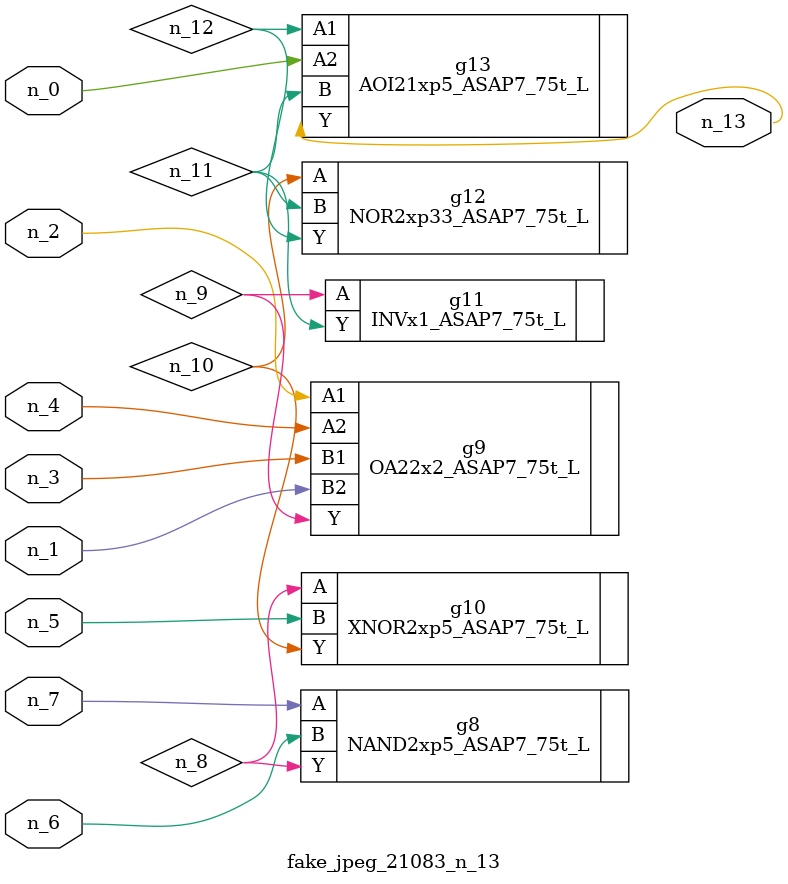
<source format=v>
module fake_jpeg_21083_n_13 (n_3, n_2, n_1, n_0, n_4, n_6, n_5, n_7, n_13);

input n_3;
input n_2;
input n_1;
input n_0;
input n_4;
input n_6;
input n_5;
input n_7;

output n_13;

wire n_11;
wire n_10;
wire n_12;
wire n_8;
wire n_9;

NAND2xp5_ASAP7_75t_L g8 ( 
.A(n_7),
.B(n_6),
.Y(n_8)
);

OA22x2_ASAP7_75t_L g9 ( 
.A1(n_2),
.A2(n_4),
.B1(n_3),
.B2(n_1),
.Y(n_9)
);

XNOR2xp5_ASAP7_75t_L g10 ( 
.A(n_8),
.B(n_5),
.Y(n_10)
);

NOR2xp33_ASAP7_75t_L g12 ( 
.A(n_10),
.B(n_11),
.Y(n_12)
);

INVx1_ASAP7_75t_L g11 ( 
.A(n_9),
.Y(n_11)
);

AOI21xp5_ASAP7_75t_L g13 ( 
.A1(n_12),
.A2(n_0),
.B(n_11),
.Y(n_13)
);


endmodule
</source>
